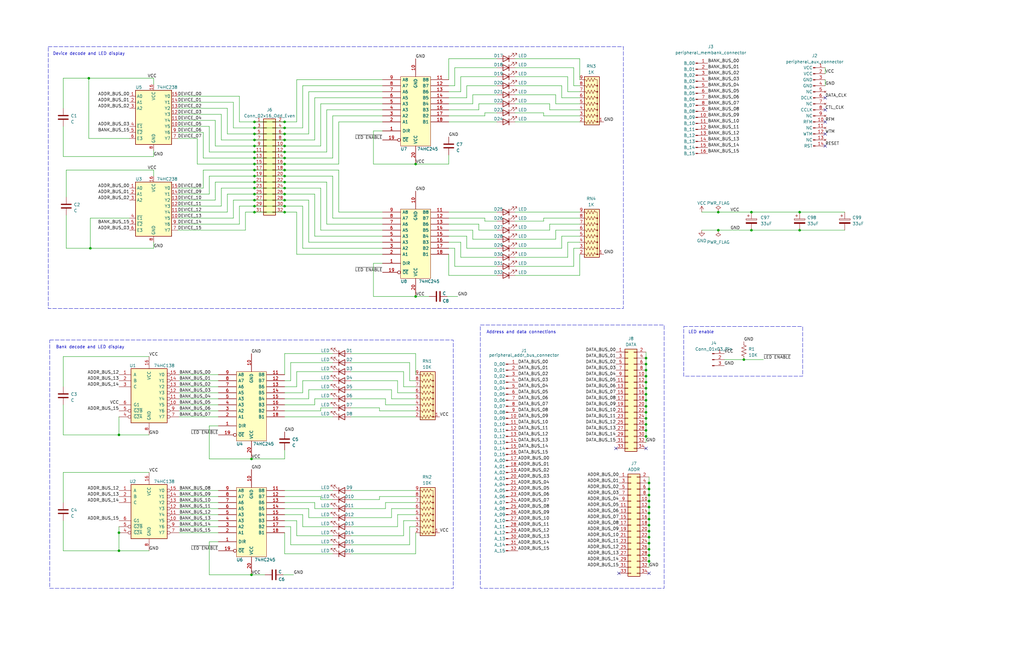
<source format=kicad_sch>
(kicad_sch (version 20230121) (generator eeschema)
  (paper "B")
  (bus_alias "BANK_BUS" (members "BANK_BUS_00" "BANK_BUS_01" "BANK_BUS_02" "BANK_BUS_03" "BANK_BUS_04" "BANK_BUS_05" "BANK_BUS_06" "BANK_BUS_07" "BANK_BUS_08" "BANK_BUS_09" "BANK_BUS_10" "BANK_BUS_11" "BANK_BUS_12" "BANK_BUS_13" "BANK_BUS_14" "BANK_BUS_15"))
  (bus_alias "DATA_BUS" (members "DATA_BUS_00" "DATA_BUS_01" "DATA_BUS_02" "DATA_BUS_03" "DATA_BUS_04" "DATA_BUS_05" "DATA_BUS_06" "DATA_BUS_07" "DATA_BUS_08" "DATA_BUS_09" "DATA_BUS_10" "DATA_BUS_11" "DATA_BUS_12" "DATA_BUS_13" "DATA_BUS_14" "DATA_BUS_15"))
  (bus_alias "ADDR_BUS" (members "ADDR_BUS_00" "ADDR_BUS_01" "ADDR_BUS_02" "ADDR_BUS_03" "ADDR_BUS_04" "ADDR_BUS_05" "ADDR_BUS_06" "ADDR_BUS_07" "ADDR_BUS_08" "ADDR_BUS_09" "ADDR_BUS_10" "ADDR_BUS_11" "ADDR_BUS_12" "ADDR_BUS_13" "ADDR_BUS_14" "ADDR_BUS_15"))
  (junction (at 106.045 193.675))
  (junction (at 120.015 74.295))
  (junction (at 50.165 183.515))
  (junction (at 337.185 97.155))
  (junction (at 272.415 179.07))
  (junction (at 50.165 224.79))
  (junction (at 107.315 56.515))
  (junction (at 107.315 53.975))
  (junction (at 38.1 104.775))
  (junction (at 273.685 221.615))
  (junction (at 273.685 226.695))
  (junction (at 107.315 76.835))
  (junction (at 120.015 69.215))
  (junction (at 316.865 89.535))
  (junction (at 120.015 76.835))
  (junction (at 272.415 184.15))
  (junction (at 120.015 89.535))
  (junction (at 175.26 125.095))
  (junction (at 273.685 234.315))
  (junction (at 313.69 151.765))
  (junction (at 107.315 66.675))
  (junction (at 107.315 74.295))
  (junction (at 120.015 81.915))
  (junction (at 273.685 224.155))
  (junction (at 273.685 203.835))
  (junction (at 272.415 181.61))
  (junction (at 272.415 158.75))
  (junction (at 107.315 79.375))
  (junction (at 107.315 61.595))
  (junction (at 273.685 211.455))
  (junction (at 273.685 236.855))
  (junction (at 120.015 51.435))
  (junction (at 337.185 89.535))
  (junction (at 272.415 168.91))
  (junction (at 272.415 176.53))
  (junction (at 107.315 81.915))
  (junction (at 273.685 216.535))
  (junction (at 107.315 86.995))
  (junction (at 120.015 84.455))
  (junction (at 302.895 97.155))
  (junction (at 107.315 64.135))
  (junction (at 107.315 69.215))
  (junction (at 272.415 173.99))
  (junction (at 107.315 84.455))
  (junction (at 273.685 206.375))
  (junction (at 120.015 71.755))
  (junction (at 273.685 229.235))
  (junction (at 272.415 161.29))
  (junction (at 272.415 151.13))
  (junction (at 175.26 69.215))
  (junction (at 107.315 59.055))
  (junction (at 120.015 53.975))
  (junction (at 272.415 166.37))
  (junction (at 273.685 208.915))
  (junction (at 107.315 89.535))
  (junction (at 120.015 66.675))
  (junction (at 120.015 79.375))
  (junction (at 50.165 232.41))
  (junction (at 120.015 86.995))
  (junction (at 120.015 59.055))
  (junction (at 272.415 171.45))
  (junction (at 120.015 61.595))
  (junction (at 107.315 51.435))
  (junction (at 107.315 71.755))
  (junction (at 272.415 156.21))
  (junction (at 273.685 219.075))
  (junction (at 316.865 97.155))
  (junction (at 106.045 242.57))
  (junction (at 272.415 153.67))
  (junction (at 120.015 56.515))
  (junction (at 273.685 213.995))
  (junction (at 37.465 33.02))
  (junction (at 120.015 64.135))
  (junction (at 272.415 163.83))
  (junction (at 302.895 89.535))
  (junction (at 273.685 231.775))
  (no_connect (at 347.98 46.355))
  (no_connect (at 259.715 189.23))
  (no_connect (at 273.685 241.935))
  (no_connect (at 272.415 189.23))
  (no_connect (at 347.98 61.595))
  (no_connect (at 347.98 41.275))
  (no_connect (at 260.985 241.935))
  (no_connect (at 347.98 51.435))
  (no_connect (at 347.98 56.515))
  (wire (pts (xy 244.475 92.075) (xy 229.235 92.075)))
  (wire (pts (xy 120.015 149.225) (xy 140.335 149.225)))
  (wire (pts (xy 88.265 53.34) (xy 74.93 53.34)))
  (wire (pts (xy 107.315 79.375) (xy 93.345 79.375)))
  (wire (pts (xy 90.805 61.595) (xy 90.805 50.8)))
  (wire (pts (xy 147.955 210.82) (xy 160.02 210.82)))
  (wire (pts (xy 107.315 86.995) (xy 120.015 86.995)))
  (wire (pts (xy 26.67 170.815) (xy 26.67 183.515)))
  (wire (pts (xy 93.345 79.375) (xy 93.345 86.995)))
  (wire (pts (xy 130.175 38.735) (xy 130.175 56.515)))
  (wire (pts (xy 234.315 40.005) (xy 234.315 43.815)))
  (wire (pts (xy 175.26 165.735) (xy 167.64 165.735)))
  (wire (pts (xy 272.415 153.67) (xy 272.415 156.21)))
  (wire (pts (xy 62.865 232.41) (xy 50.165 232.41)))
  (wire (pts (xy 132.715 41.275) (xy 132.715 59.055)))
  (wire (pts (xy 125.095 219.71) (xy 125.095 226.06)))
  (wire (pts (xy 26.67 33.02) (xy 37.465 33.02)))
  (wire (pts (xy 199.39 43.815) (xy 199.39 40.005)))
  (wire (pts (xy 273.685 216.535) (xy 273.685 219.075)))
  (wire (pts (xy 127.635 222.25) (xy 140.335 222.25)))
  (wire (pts (xy 75.565 168.275) (xy 92.075 168.275)))
  (wire (pts (xy 191.77 104.775) (xy 191.77 112.395)))
  (wire (pts (xy 120.015 212.09) (xy 132.715 212.09)))
  (wire (pts (xy 132.715 214.63) (xy 140.335 214.63)))
  (wire (pts (xy 305.435 151.765) (xy 313.69 151.765)))
  (wire (pts (xy 95.885 89.535) (xy 74.93 89.535)))
  (wire (pts (xy 347.98 28.575) (xy 347.98 31.115)))
  (wire (pts (xy 189.23 94.615) (xy 201.93 94.615)))
  (wire (pts (xy 241.935 104.775) (xy 244.475 104.775)))
  (wire (pts (xy 189.23 69.215) (xy 175.26 69.215)))
  (wire (pts (xy 172.72 222.25) (xy 175.26 222.25)))
  (wire (pts (xy 217.17 112.395) (xy 241.935 112.395)))
  (wire (pts (xy 137.795 46.355) (xy 161.29 46.355)))
  (wire (pts (xy 147.955 218.44) (xy 165.1 218.44)))
  (wire (pts (xy 130.175 218.44) (xy 140.335 218.44)))
  (wire (pts (xy 244.475 33.655) (xy 244.475 24.765)))
  (wire (pts (xy 27.94 71.755) (xy 64.77 71.755)))
  (wire (pts (xy 107.315 81.915) (xy 120.015 81.915)))
  (wire (pts (xy 199.39 100.965) (xy 209.55 100.965)))
  (wire (pts (xy 135.255 209.55) (xy 135.255 210.82)))
  (wire (pts (xy 272.415 181.61) (xy 272.415 184.15)))
  (wire (pts (xy 217.17 97.155) (xy 231.775 97.155)))
  (wire (pts (xy 127.635 36.195) (xy 127.635 53.975)))
  (wire (pts (xy 130.175 102.235) (xy 161.29 102.235)))
  (wire (pts (xy 167.64 217.17) (xy 175.26 217.17)))
  (wire (pts (xy 157.48 111.125) (xy 157.48 125.095)))
  (wire (pts (xy 127.635 53.975) (xy 120.015 53.975)))
  (wire (pts (xy 147.955 222.25) (xy 167.64 222.25)))
  (wire (pts (xy 244.475 102.235) (xy 239.395 102.235)))
  (wire (pts (xy 142.875 51.435) (xy 142.875 69.215)))
  (wire (pts (xy 217.17 51.435) (xy 244.475 51.435)))
  (wire (pts (xy 37.465 33.02) (xy 64.77 33.02)))
  (wire (pts (xy 130.175 102.235) (xy 130.175 84.455)))
  (wire (pts (xy 147.955 160.655) (xy 167.64 160.655)))
  (wire (pts (xy 137.795 76.835) (xy 120.015 76.835)))
  (wire (pts (xy 147.955 172.085) (xy 160.02 172.085)))
  (wire (pts (xy 38.1 92.075) (xy 38.1 104.775)))
  (wire (pts (xy 337.185 97.155) (xy 356.235 97.155)))
  (wire (pts (xy 107.315 66.675) (xy 120.015 66.675)))
  (wire (pts (xy 273.685 203.835) (xy 273.685 206.375)))
  (wire (pts (xy 127.635 217.17) (xy 127.635 222.25)))
  (wire (pts (xy 75.565 158.115) (xy 92.075 158.115)))
  (wire (pts (xy 140.335 92.075) (xy 161.29 92.075)))
  (wire (pts (xy 273.685 236.855) (xy 273.685 239.395)))
  (wire (pts (xy 140.335 48.895) (xy 140.335 66.675)))
  (wire (pts (xy 120.015 168.275) (xy 130.175 168.275)))
  (wire (pts (xy 111.76 242.57) (xy 106.045 242.57)))
  (wire (pts (xy 120.015 189.865) (xy 120.015 193.675)))
  (wire (pts (xy 217.17 32.385) (xy 239.395 32.385)))
  (wire (pts (xy 295.91 89.535) (xy 302.895 89.535)))
  (wire (pts (xy 107.315 61.595) (xy 90.805 61.595)))
  (wire (pts (xy 75.565 217.17) (xy 92.075 217.17)))
  (wire (pts (xy 75.565 212.09) (xy 92.075 212.09)))
  (wire (pts (xy 107.315 74.295) (xy 120.015 74.295)))
  (wire (pts (xy 75.565 160.655) (xy 92.075 160.655)))
  (wire (pts (xy 337.185 89.535) (xy 356.235 89.535)))
  (wire (pts (xy 175.26 158.115) (xy 175.26 149.225)))
  (wire (pts (xy 236.855 99.695) (xy 244.475 99.695)))
  (wire (pts (xy 132.715 168.275) (xy 132.715 170.815)))
  (wire (pts (xy 122.555 222.25) (xy 122.555 229.87)))
  (wire (pts (xy 273.685 229.235) (xy 273.685 231.775)))
  (wire (pts (xy 122.555 160.655) (xy 122.555 153.035)))
  (wire (pts (xy 95.885 45.72) (xy 74.93 45.72)))
  (wire (pts (xy 130.175 164.465) (xy 140.335 164.465)))
  (wire (pts (xy 191.77 36.195) (xy 191.77 28.575)))
  (wire (pts (xy 137.795 46.355) (xy 137.795 64.135)))
  (wire (pts (xy 127.635 36.195) (xy 161.29 36.195)))
  (wire (pts (xy 244.475 41.275) (xy 236.855 41.275)))
  (wire (pts (xy 64.77 35.56) (xy 64.77 33.02)))
  (wire (pts (xy 142.875 51.435) (xy 161.29 51.435)))
  (wire (pts (xy 85.725 79.375) (xy 74.93 79.375)))
  (wire (pts (xy 229.235 47.625) (xy 229.235 48.895)))
  (wire (pts (xy 120.015 219.71) (xy 125.095 219.71)))
  (wire (pts (xy 88.265 242.57) (xy 106.045 242.57)))
  (wire (pts (xy 100.965 51.435) (xy 100.965 40.64)))
  (wire (pts (xy 140.335 48.895) (xy 161.29 48.895)))
  (wire (pts (xy 204.47 93.345) (xy 209.55 93.345)))
  (wire (pts (xy 98.425 84.455) (xy 98.425 92.075)))
  (wire (pts (xy 95.885 56.515) (xy 95.885 45.72)))
  (wire (pts (xy 217.17 40.005) (xy 234.315 40.005)))
  (wire (pts (xy 189.23 102.235) (xy 194.31 102.235)))
  (wire (pts (xy 137.795 94.615) (xy 161.29 94.615)))
  (wire (pts (xy 88.265 193.675) (xy 106.045 193.675)))
  (wire (pts (xy 147.955 214.63) (xy 162.56 214.63)))
  (wire (pts (xy 189.23 24.765) (xy 189.23 33.655)))
  (wire (pts (xy 130.175 168.275) (xy 130.175 164.465)))
  (wire (pts (xy 107.315 51.435) (xy 120.015 51.435)))
  (wire (pts (xy 157.48 69.215) (xy 175.26 69.215)))
  (wire (pts (xy 234.315 43.815) (xy 244.475 43.815)))
  (wire (pts (xy 85.725 55.88) (xy 74.93 55.88)))
  (wire (pts (xy 127.635 160.655) (xy 127.635 165.735)))
  (wire (pts (xy 127.635 165.735) (xy 120.015 165.735)))
  (wire (pts (xy 85.725 71.755) (xy 85.725 79.375)))
  (wire (pts (xy 120.015 175.895) (xy 140.335 175.895)))
  (wire (pts (xy 165.1 164.465) (xy 165.1 168.275)))
  (wire (pts (xy 107.315 59.055) (xy 120.015 59.055)))
  (wire (pts (xy 217.17 47.625) (xy 229.235 47.625)))
  (wire (pts (xy 229.235 93.345) (xy 217.17 93.345)))
  (wire (pts (xy 147.955 153.035) (xy 172.72 153.035)))
  (wire (pts (xy 54.61 92.075) (xy 38.1 92.075)))
  (wire (pts (xy 140.335 168.275) (xy 132.715 168.275)))
  (wire (pts (xy 26.67 219.71) (xy 26.67 232.41)))
  (wire (pts (xy 161.29 111.125) (xy 157.48 111.125)))
  (wire (pts (xy 75.565 163.195) (xy 92.075 163.195)))
  (wire (pts (xy 103.505 89.535) (xy 103.505 97.155)))
  (wire (pts (xy 191.77 28.575) (xy 209.55 28.575)))
  (wire (pts (xy 272.415 161.29) (xy 272.415 163.83)))
  (wire (pts (xy 160.02 209.55) (xy 160.02 210.82)))
  (wire (pts (xy 75.565 214.63) (xy 92.075 214.63)))
  (wire (pts (xy 107.315 89.535) (xy 103.505 89.535)))
  (wire (pts (xy 239.395 108.585) (xy 217.17 108.585)))
  (wire (pts (xy 147.955 229.87) (xy 172.72 229.87)))
  (wire (pts (xy 125.095 107.315) (xy 161.29 107.315)))
  (wire (pts (xy 125.095 51.435) (xy 120.015 51.435)))
  (wire (pts (xy 135.255 61.595) (xy 120.015 61.595)))
  (wire (pts (xy 175.26 219.71) (xy 170.18 219.71)))
  (wire (pts (xy 75.565 219.71) (xy 92.075 219.71)))
  (wire (pts (xy 157.48 55.245) (xy 157.48 69.215)))
  (wire (pts (xy 26.67 183.515) (xy 50.165 183.515)))
  (wire (pts (xy 194.31 32.385) (xy 209.55 32.385)))
  (wire (pts (xy 204.47 48.895) (xy 204.47 47.625)))
  (wire (pts (xy 189.23 92.075) (xy 204.47 92.075)))
  (wire (pts (xy 196.85 36.195) (xy 196.85 41.275)))
  (wire (pts (xy 241.935 28.575) (xy 217.17 28.575)))
  (wire (pts (xy 54.61 58.42) (xy 37.465 58.42)))
  (wire (pts (xy 127.635 104.775) (xy 161.29 104.775)))
  (wire (pts (xy 100.965 40.64) (xy 74.93 40.64)))
  (wire (pts (xy 273.685 221.615) (xy 273.685 224.155)))
  (wire (pts (xy 188.595 125.095) (xy 193.04 125.095)))
  (wire (pts (xy 122.555 229.87) (xy 140.335 229.87)))
  (wire (pts (xy 27.94 90.805) (xy 27.94 104.775)))
  (wire (pts (xy 120.015 207.01) (xy 140.335 207.01)))
  (wire (pts (xy 107.315 64.135) (xy 120.015 64.135)))
  (wire (pts (xy 272.415 151.13) (xy 272.415 153.67)))
  (wire (pts (xy 217.17 89.535) (xy 244.475 89.535)))
  (wire (pts (xy 162.56 212.09) (xy 175.26 212.09)))
  (wire (pts (xy 189.23 24.765) (xy 209.55 24.765)))
  (wire (pts (xy 125.095 163.195) (xy 125.095 156.845)))
  (wire (pts (xy 209.55 43.815) (xy 201.93 43.815)))
  (wire (pts (xy 194.31 102.235) (xy 194.31 108.585)))
  (wire (pts (xy 135.255 43.815) (xy 135.255 61.595)))
  (wire (pts (xy 88.265 81.915) (xy 74.93 81.915)))
  (wire (pts (xy 273.685 219.075) (xy 273.685 221.615)))
  (wire (pts (xy 241.935 112.395) (xy 241.935 104.775)))
  (wire (pts (xy 229.235 48.895) (xy 244.475 48.895)))
  (wire (pts (xy 180.975 125.095) (xy 175.26 125.095)))
  (wire (pts (xy 189.23 36.195) (xy 191.77 36.195)))
  (wire (pts (xy 272.415 148.59) (xy 272.415 151.13)))
  (wire (pts (xy 273.685 206.375) (xy 273.685 208.915)))
  (wire (pts (xy 162.56 214.63) (xy 162.56 212.09)))
  (wire (pts (xy 26.67 66.04) (xy 64.77 66.04)))
  (wire (pts (xy 196.85 104.775) (xy 209.55 104.775)))
  (wire (pts (xy 120.015 222.25) (xy 122.555 222.25)))
  (wire (pts (xy 147.955 156.845) (xy 170.18 156.845)))
  (wire (pts (xy 234.315 100.965) (xy 217.17 100.965)))
  (wire (pts (xy 231.775 97.155) (xy 231.775 94.615)))
  (wire (pts (xy 130.175 84.455) (xy 120.015 84.455)))
  (wire (pts (xy 92.075 179.705) (xy 88.265 179.705)))
  (wire (pts (xy 140.335 74.295) (xy 120.015 74.295)))
  (wire (pts (xy 147.955 175.895) (xy 175.26 175.895)))
  (wire (pts (xy 125.095 89.535) (xy 120.015 89.535)))
  (wire (pts (xy 217.17 104.775) (xy 236.855 104.775)))
  (wire (pts (xy 231.775 94.615) (xy 244.475 94.615)))
  (wire (pts (xy 88.265 228.6) (xy 88.265 242.57)))
  (wire (pts (xy 175.26 170.815) (xy 162.56 170.815)))
  (wire (pts (xy 160.02 173.355) (xy 175.26 173.355)))
  (wire (pts (xy 239.395 38.735) (xy 244.475 38.735)))
  (wire (pts (xy 209.55 36.195) (xy 196.85 36.195)))
  (wire (pts (xy 75.565 222.25) (xy 92.075 222.25)))
  (wire (pts (xy 132.715 170.815) (xy 120.015 170.815)))
  (wire (pts (xy 194.31 38.735) (xy 194.31 32.385)))
  (wire (pts (xy 85.725 66.675) (xy 85.725 55.88)))
  (wire (pts (xy 122.555 153.035) (xy 140.335 153.035)))
  (wire (pts (xy 107.315 71.755) (xy 120.015 71.755)))
  (wire (pts (xy 107.315 56.515) (xy 120.015 56.515)))
  (wire (pts (xy 175.26 160.655) (xy 172.72 160.655)))
  (wire (pts (xy 75.565 165.735) (xy 92.075 165.735)))
  (wire (pts (xy 120.015 214.63) (xy 130.175 214.63)))
  (wire (pts (xy 199.39 40.005) (xy 209.55 40.005)))
  (wire (pts (xy 172.72 229.87) (xy 172.72 222.25)))
  (wire (pts (xy 132.715 212.09) (xy 132.715 214.63)))
  (wire (pts (xy 189.23 107.315) (xy 189.23 116.205)))
  (wire (pts (xy 196.85 99.695) (xy 196.85 104.775)))
  (wire (pts (xy 26.67 163.195) (xy 26.67 150.495)))
  (wire (pts (xy 64.77 104.775) (xy 64.77 102.235)))
  (wire (pts (xy 201.93 94.615) (xy 201.93 97.155)))
  (wire (pts (xy 103.505 97.155) (xy 74.93 97.155)))
  (wire (pts (xy 83.185 69.215) (xy 83.185 58.42)))
  (wire (pts (xy 302.895 97.155) (xy 316.865 97.155)))
  (wire (pts (xy 135.255 172.085) (xy 140.335 172.085)))
  (wire (pts (xy 272.415 156.21) (xy 272.415 158.75)))
  (wire (pts (xy 107.315 53.975) (xy 98.425 53.975)))
  (wire (pts (xy 75.565 175.895) (xy 92.075 175.895)))
  (wire (pts (xy 244.475 116.205) (xy 217.17 116.205)))
  (wire (pts (xy 37.465 58.42) (xy 37.465 33.02)))
  (wire (pts (xy 27.94 104.775) (xy 38.1 104.775)))
  (wire (pts (xy 120.015 173.355) (xy 135.255 173.355)))
  (wire (pts (xy 125.095 33.655) (xy 161.29 33.655)))
  (wire (pts (xy 244.475 24.765) (xy 217.17 24.765)))
  (wire (pts (xy 107.315 64.135) (xy 88.265 64.135)))
  (wire (pts (xy 302.895 89.535) (xy 316.865 89.535)))
  (wire (pts (xy 90.805 50.8) (xy 74.93 50.8)))
  (wire (pts (xy 88.265 64.135) (xy 88.265 53.34)))
  (wire (pts (xy 189.23 65.405) (xy 189.23 69.215)))
  (wire (pts (xy 93.345 48.26) (xy 74.93 48.26)))
  (wire (pts (xy 273.685 211.455) (xy 273.685 213.995)))
  (wire (pts (xy 107.315 84.455) (xy 120.015 84.455)))
  (wire (pts (xy 135.255 173.355) (xy 135.255 172.085)))
  (wire (pts (xy 189.23 51.435) (xy 209.55 51.435)))
  (wire (pts (xy 191.77 112.395) (xy 209.55 112.395)))
  (wire (pts (xy 239.395 102.235) (xy 239.395 108.585)))
  (wire (pts (xy 199.39 97.155) (xy 199.39 100.965)))
  (wire (pts (xy 107.315 89.535) (xy 120.015 89.535)))
  (wire (pts (xy 189.23 38.735) (xy 194.31 38.735)))
  (wire (pts (xy 107.315 81.915) (xy 95.885 81.915)))
  (wire (pts (xy 26.67 150.495) (xy 62.865 150.495)))
  (wire (pts (xy 90.805 84.455) (xy 74.93 84.455)))
  (wire (pts (xy 107.315 61.595) (xy 120.015 61.595)))
  (wire (pts (xy 147.955 226.06) (xy 170.18 226.06)))
  (wire (pts (xy 273.685 231.775) (xy 273.685 234.315)))
  (wire (pts (xy 132.715 99.695) (xy 161.29 99.695)))
  (wire (pts (xy 135.255 210.82) (xy 140.335 210.82)))
  (wire (pts (xy 347.98 33.655) (xy 347.98 36.195)))
  (wire (pts (xy 127.635 86.995) (xy 120.015 86.995)))
  (wire (pts (xy 62.865 199.39) (xy 26.67 199.39)))
  (wire (pts (xy 137.795 64.135) (xy 120.015 64.135)))
  (wire (pts (xy 234.315 97.155) (xy 234.315 100.965)))
  (wire (pts (xy 135.255 97.155) (xy 161.29 97.155)))
  (wire (pts (xy 120.015 217.17) (xy 127.635 217.17)))
  (wire (pts (xy 38.1 104.775) (xy 64.77 104.775)))
  (wire (pts (xy 135.255 43.815) (xy 161.29 43.815)))
  (wire (pts (xy 175.26 214.63) (xy 165.1 214.63)))
  (wire (pts (xy 100.965 94.615) (xy 74.93 94.615)))
  (wire (pts (xy 125.095 107.315) (xy 125.095 89.535)))
  (wire (pts (xy 93.345 59.055) (xy 93.345 48.26)))
  (wire (pts (xy 157.48 125.095) (xy 175.26 125.095)))
  (wire (pts (xy 98.425 53.975) (xy 98.425 43.18)))
  (wire (pts (xy 100.965 86.995) (xy 100.965 94.615)))
  (wire (pts (xy 93.345 86.995) (xy 74.93 86.995)))
  (wire (pts (xy 189.23 116.205) (xy 209.55 116.205)))
  (wire (pts (xy 125.095 156.845) (xy 140.335 156.845)))
  (wire (pts (xy 107.315 69.215) (xy 83.185 69.215)))
  (wire (pts (xy 272.415 163.83) (xy 272.415 166.37)))
  (wire (pts (xy 189.23 99.695) (xy 196.85 99.695)))
  (wire (pts (xy 125.095 33.655) (xy 125.095 51.435)))
  (wire (pts (xy 107.315 76.835) (xy 120.015 76.835)))
  (wire (pts (xy 107.315 76.835) (xy 90.805 76.835)))
  (wire (pts (xy 75.565 173.355) (xy 92.075 173.355)))
  (wire (pts (xy 135.255 97.155) (xy 135.255 79.375)))
  (wire (pts (xy 204.47 47.625) (xy 209.55 47.625)))
  (wire (pts (xy 272.415 166.37) (xy 272.415 168.91)))
  (wire (pts (xy 236.855 104.775) (xy 236.855 99.695)))
  (wire (pts (xy 189.23 104.775) (xy 191.77 104.775)))
  (wire (pts (xy 313.69 151.765) (xy 321.945 151.765)))
  (wire (pts (xy 142.875 69.215) (xy 120.015 69.215)))
  (wire (pts (xy 132.715 99.695) (xy 132.715 81.915)))
  (wire (pts (xy 137.795 94.615) (xy 137.795 76.835)))
  (wire (pts (xy 119.38 242.57) (xy 123.825 242.57)))
  (wire (pts (xy 107.315 51.435) (xy 100.965 51.435)))
  (wire (pts (xy 142.875 89.535) (xy 161.29 89.535)))
  (wire (pts (xy 132.715 59.055) (xy 120.015 59.055)))
  (wire (pts (xy 175.26 224.79) (xy 175.26 233.68)))
  (wire (pts (xy 316.865 89.535) (xy 337.185 89.535)))
  (wire (pts (xy 64.77 74.295) (xy 64.77 71.755)))
  (wire (pts (xy 189.23 43.815) (xy 199.39 43.815)))
  (wire (pts (xy 160.02 172.085) (xy 160.02 173.355)))
  (wire (pts (xy 50.165 175.895) (xy 50.165 183.515)))
  (wire (pts (xy 130.175 214.63) (xy 130.175 218.44)))
  (wire (pts (xy 132.715 81.915) (xy 120.015 81.915)))
  (wire (pts (xy 50.165 183.515) (xy 62.865 183.515)))
  (wire (pts (xy 272.415 179.07) (xy 272.415 181.61)))
  (wire (pts (xy 83.185 58.42) (xy 74.93 58.42)))
  (wire (pts (xy 273.685 208.915) (xy 273.685 211.455)))
  (wire (pts (xy 140.335 92.075) (xy 140.335 74.295)))
  (wire (pts (xy 26.67 45.72) (xy 26.67 33.02)))
  (wire (pts (xy 107.315 74.295) (xy 88.265 74.295)))
  (wire (pts (xy 107.315 53.975) (xy 120.015 53.975)))
  (wire (pts (xy 147.955 207.01) (xy 175.26 207.01)))
  (wire (pts (xy 273.685 226.695) (xy 273.685 229.235)))
  (wire (pts (xy 142.875 71.755) (xy 120.015 71.755)))
  (wire (pts (xy 273.685 213.995) (xy 273.685 216.535)))
  (wire (pts (xy 50.165 232.41) (xy 50.165 224.79)))
  (wire (pts (xy 236.855 36.195) (xy 217.17 36.195)))
  (wire (pts (xy 196.85 41.275) (xy 189.23 41.275)))
  (wire (pts (xy 241.935 36.195) (xy 241.935 28.575)))
  (wire (pts (xy 120.015 233.68) (xy 140.335 233.68)))
  (wire (pts (xy 189.23 97.155) (xy 199.39 97.155)))
  (wire (pts (xy 239.395 32.385) (xy 239.395 38.735)))
  (wire (pts (xy 130.175 38.735) (xy 161.29 38.735)))
  (wire (pts (xy 135.255 79.375) (xy 120.015 79.375)))
  (wire (pts (xy 107.315 84.455) (xy 98.425 84.455)))
  (wire (pts (xy 161.29 55.245) (xy 157.48 55.245)))
  (wire (pts (xy 75.565 224.79) (xy 92.075 224.79)))
  (wire (pts (xy 26.67 199.39) (xy 26.67 212.09)))
  (wire (pts (xy 272.415 173.99) (xy 272.415 176.53)))
  (wire (pts (xy 147.955 149.225) (xy 175.26 149.225)))
  (wire (pts (xy 107.315 71.755) (xy 85.725 71.755)))
  (wire (pts (xy 231.775 46.355) (xy 231.775 43.815)))
  (wire (pts (xy 64.77 66.04) (xy 64.77 63.5)))
  (wire (pts (xy 147.955 168.275) (xy 162.56 168.275)))
  (wire (pts (xy 316.865 97.155) (xy 337.185 97.155)))
  (wire (pts (xy 26.67 53.34) (xy 26.67 66.04)))
  (wire (pts (xy 27.94 71.755) (xy 27.94 83.185)))
  (wire (pts (xy 170.18 156.845) (xy 170.18 163.195)))
  (wire (pts (xy 26.67 232.41) (xy 50.165 232.41)))
  (wire (pts (xy 172.72 160.655) (xy 172.72 153.035)))
  (wire (pts (xy 75.565 170.815) (xy 92.075 170.815)))
  (wire (pts (xy 98.425 43.18) (xy 74.93 43.18)))
  (wire (pts (xy 236.855 41.275) (xy 236.855 36.195)))
  (wire (pts (xy 167.64 165.735) (xy 167.64 160.655)))
  (wire (pts (xy 204.47 92.075) (xy 204.47 93.345)))
  (wire (pts (xy 229.235 92.075) (xy 229.235 93.345)))
  (wire (pts (xy 201.93 46.355) (xy 189.23 46.355)))
  (wire (pts (xy 92.075 228.6) (xy 88.265 228.6)))
  (wire (pts (xy 50.165 222.25) (xy 50.165 224.79)))
  (wire (pts (xy 201.93 97.155) (xy 209.55 97.155)))
  (wire (pts (xy 170.18 163.195) (xy 175.26 163.195)))
  (wire (pts (xy 120.015 224.79) (xy 120.015 233.68)))
  (wire (pts (xy 107.315 86.995) (xy 100.965 86.995)))
  (wire (pts (xy 165.1 168.275) (xy 175.26 168.275)))
  (wire (pts (xy 189.23 89.535) (xy 209.55 89.535)))
  (wire (pts (xy 120.015 160.655) (xy 122.555 160.655)))
  (wire (pts (xy 90.805 76.835) (xy 90.805 84.455)))
  (wire (pts (xy 120.015 163.195) (xy 125.095 163.195)))
  (wire (pts (xy 88.265 179.705) (xy 88.265 193.675)))
  (wire (pts (xy 170.18 219.71) (xy 170.18 226.06)))
  (wire (pts (xy 189.23 48.895) (xy 204.47 48.895)))
  (wire (pts (xy 75.565 207.01) (xy 92.075 207.01)))
  (wire (pts (xy 120.015 209.55) (xy 135.255 209.55)))
  (wire (pts (xy 130.175 56.515) (xy 120.015 56.515)))
  (wire (pts (xy 88.265 74.295) (xy 88.265 81.915)))
  (wire (pts (xy 132.715 41.275) (xy 161.29 41.275)))
  (wire (pts (xy 244.475 36.195) (xy 241.935 36.195)))
  (wire (pts (xy 244.475 107.315) (xy 244.475 116.205)))
  (wire (pts (xy 194.31 108.585) (xy 209.55 108.585)))
  (wire (pts (xy 140.335 160.655) (xy 127.635 160.655)))
  (wire (pts (xy 162.56 170.815) (xy 162.56 168.275)))
  (wire (pts (xy 167.64 222.25) (xy 167.64 217.17)))
  (wire (pts (xy 244.475 97.155) (xy 234.315 97.155)))
  (wire (pts (xy 272.415 184.15) (xy 272.415 186.69)))
  (wire (pts (xy 107.315 56.515) (xy 95.885 56.515)))
  (wire (pts (xy 125.095 226.06) (xy 140.335 226.06)))
  (wire (pts (xy 165.1 214.63) (xy 165.1 218.44)))
  (wire (pts (xy 98.425 92.075) (xy 74.93 92.075)))
  (wire (pts (xy 295.91 97.155) (xy 302.895 97.155)))
  (wire (pts (xy 273.685 224.155) (xy 273.685 226.695)))
  (wire (pts (xy 107.315 66.675) (xy 85.725 66.675)))
  (wire (pts (xy 272.415 171.45) (xy 272.415 173.99)))
  (wire (pts (xy 140.335 66.675) (xy 120.015 66.675)))
  (wire (pts (xy 147.955 233.68) (xy 175.26 233.68)))
  (wire (pts (xy 120.015 149.225) (xy 120.015 158.115)))
  (wire (pts (xy 107.315 79.375) (xy 120.015 79.375)))
  (wire (pts (xy 107.315 69.215) (xy 120.015 69.215)))
  (wire (pts (xy 95.885 81.915) (xy 95.885 89.535)))
  (wire (pts (xy 273.685 201.295) (xy 273.685 203.835)))
  (wire (pts (xy 107.315 59.055) (xy 93.345 59.055)))
  (wire (pts (xy 244.475 46.355) (xy 231.775 46.355)))
  (wire (pts (xy 201.93 43.815) (xy 201.93 46.355)))
  (wire (pts (xy 142.875 89.535) (xy 142.875 71.755)))
  (wire (pts (xy 75.565 209.55) (xy 92.075 209.55)))
  (wire (pts (xy 175.26 209.55) (xy 160.02 209.55)))
  (wire (pts (xy 273.685 234.315) (xy 273.685 236.855)))
  (wire (pts (xy 272.415 176.53) (xy 272.415 179.07)))
  (wire (pts (xy 127.635 104.775) (xy 127.635 86.995)))
  (wire (pts (xy 147.955 164.465) (xy 165.1 164.465)))
  (wire (pts (xy 231.775 43.815) (xy 217.17 43.815)))
  (wire (pts (xy 272.415 158.75) (xy 272.415 161.29)))
  (wire (pts (xy 120.015 193.675) (xy 106.045 193.675)))
  (wire (pts (xy 272.415 168.91) (xy 272.415 171.45)))
  (rectangle (start 20.955 143.51) (end 191.135 248.285) (stroke (width 0) (type dash)))
  (rectangle (start 20.32 19.685) (end 262.89 130.175) (stroke (width 0) (type dash)))
  (rectangle (start 202.565 137.16) (end 280.035 248.285) (stroke (width 0) (type dash)))
  (rectangle (start 288.29 137.795) (end 338.455 158.75) (stroke (width 0) (type dash)))
  (text "Address and data connections" (at 205.105 140.97 0) (effects (font (size 1.27 1.27)) (justify left bottom)))
  (text "Bank decode and LED display" (at 23.495 147.32 0) (effects (font (size 1.27 1.27)) (justify left bottom)))
  (text "Device decode and LED display" (at 22.225 23.495 0) (effects (font (size 1.27 1.27)) (justify left bottom)))
  (text "LED enable" (at 290.195 140.97 0) (effects (font (size 1.27 1.27)) (justify left bottom)))
  (label "BANK_BUS_03" (at 75.565 165.735 0))
  (label "GND" (at 123.825 242.57 0))
  (label "BANK_BUS_11" (at 298.45 54.61 0))
  (label "GND" (at 254.635 51.435 0))
  (label "BANK_BUS_00" (at 298.45 26.67 0))
  (label "DEVICE_03" (at 74.93 48.26 0))
  (label "ADDR_BUS_08" (at 218.44 214.63 0))
  (label "BANK_BUS_07" (at 75.565 175.895 0))
  (label "ADDR_BUS_00" (at 260.985 201.295 180))
  (label "DEVICE_12" (at 74.93 89.535 0))
  (label "BANK_BUS_09" (at 298.45 49.53 0))
  (label "ADDR_BUS_13" (at 50.165 160.655 180))
  (label "ADDR_BUS_00" (at 54.61 79.375 180))
  (label "BANK_BUS_04" (at 298.45 36.83 0))
  (label "BANK_BUS_06" (at 75.565 173.355 0))
  (label "DATA_BUS_04" (at 259.715 158.75 180))
  (label "DATA_BUS_00" (at 218.44 153.67 0))
  (label "ADDR_BUS_01" (at 260.985 203.835 180))
  (label "BANK_BUS_15" (at 75.565 224.79 0))
  (label "ADDR_BUS_03" (at 218.44 201.93 0))
  (label "ADDR_BUS_00" (at 54.61 40.64 180))
  (label "DEVICE_10" (at 74.93 84.455 0))
  (label "GND" (at 62.865 183.515 0))
  (label "ADDR_BUS_13" (at 50.165 209.55 180))
  (label "BANK_BUS_15" (at 298.45 64.77 0))
  (label "RESET" (at 347.98 61.595 0))
  (label "ADDR_BUS_12" (at 260.985 231.775 180))
  (label "ADDR_BUS_15" (at 50.165 173.355 180))
  (label "~{LED ENABLE}" (at 92.075 183.515 180))
  (label "~{LED ENABLE}" (at 161.29 114.935 180))
  (label "ADDR_BUS_03" (at 54.61 97.155 180))
  (label "DATA_BUS_06" (at 218.44 168.91 0))
  (label "ADDR_BUS_15" (at 50.165 219.71 180))
  (label "DATA_BUS_02" (at 218.44 158.75 0))
  (label "DATA_BUS_02" (at 259.715 153.67 180))
  (label "DATA_BUS_03" (at 218.44 161.29 0))
  (label "~{LED ENABLE}" (at 321.945 151.765 0))
  (label "DATA_CLK" (at 347.98 41.275 0))
  (label "ADDR_BUS_07" (at 218.44 212.09 0))
  (label "DATA_BUS_04" (at 218.44 163.83 0))
  (label "GND" (at 175.26 80.645 0))
  (label "VCC" (at 62.865 150.495 0))
  (label "BANK_BUS_05" (at 75.565 170.815 0))
  (label "BANK_BUS_10" (at 75.565 212.09 0))
  (label "DATA_BUS_13" (at 259.715 181.61 180))
  (label "VCC" (at 62.23 71.755 0))
  (label "~{LED ENABLE}" (at 161.29 59.055 180))
  (label "ADDR_BUS_15" (at 218.44 232.41 0))
  (label "GND" (at 106.045 198.12 0))
  (label "BANK_BUS_11" (at 75.565 214.63 0))
  (label "DATA_BUS_00" (at 259.715 148.59 180))
  (label "ADDR_BUS_02" (at 54.61 84.455 180))
  (label "DEVICE_02" (at 74.93 45.72 0))
  (label "BANK_BUS_07" (at 298.45 44.45 0))
  (label "DATA_BUS_13" (at 218.44 186.69 0))
  (label "ADDR_BUS_09" (at 260.985 224.155 180))
  (label "ADDR_BUS_08" (at 260.985 221.615 180))
  (label "DATA_BUS_09" (at 218.44 176.53 0))
  (label "BANK_BUS_10" (at 298.45 52.07 0))
  (label "ADDR_BUS_06" (at 260.985 216.535 180))
  (label "BANK_BUS_05" (at 298.45 39.37 0))
  (label "DATA_BUS_10" (at 259.715 173.99 180))
  (label "ADDR_BUS_03" (at 260.985 208.915 180))
  (label "DATA_BUS_10" (at 218.44 179.07 0))
  (label "GND" (at 62.865 232.41 0))
  (label "DEVICE_14" (at 74.93 94.615 0))
  (label "VCC" (at 305.435 149.225 0))
  (label "DATA_BUS_15" (at 259.715 186.69 180))
  (label "BANK_BUS_06" (at 298.45 41.91 0))
  (label "ADDR_BUS_12" (at 50.165 158.115 180))
  (label "ADDR_BUS_12" (at 50.165 207.01 180))
  (label "ADDR_BUS_02" (at 54.61 45.72 180))
  (label "DATA_BUS_08" (at 218.44 173.99 0))
  (label "VCC" (at 307.975 89.535 0))
  (label "BANK_BUS_14" (at 298.45 62.23 0))
  (label "GND" (at 120.015 182.245 0))
  (label "VCC" (at 106.045 242.57 0))
  (label "DATA_BUS_01" (at 218.44 156.21 0))
  (label "ADDR_BUS_15" (at 260.985 239.395 180))
  (label "BANK_BUS_14" (at 75.565 222.25 0))
  (label "ADDR_BUS_14" (at 50.165 163.195 180))
  (label "DEVICE_01" (at 74.93 43.18 0))
  (label "ADDR_BUS_00" (at 218.44 194.31 0))
  (label "DATA_BUS_14" (at 259.715 184.15 180))
  (label "ADDR_BUS_11" (at 260.985 229.235 180))
  (label "GND" (at 313.69 144.145 0))
  (label "GND" (at 305.435 154.305 0))
  (label "GND" (at 254.635 107.315 0))
  (label "GND" (at 64.77 104.775 0))
  (label "VCC" (at 62.23 33.02 0))
  (label "BANK_BUS_12" (at 298.45 57.15 0))
  (label "DEVICE_15" (at 74.93 97.155 0))
  (label "DATA_BUS_12" (at 218.44 184.15 0))
  (label "DEVICE_06" (at 74.93 55.88 0))
  (label "ADDR_BUS_02" (at 218.44 199.39 0))
  (label "ADDR_BUS_13" (at 218.44 227.33 0))
  (label "BANK_BUS_08" (at 298.45 46.99 0))
  (label "DEVICE_07" (at 74.93 58.42 0))
  (label "DEVICE_13" (at 74.93 92.075 0))
  (label "DATA_BUS_01" (at 259.715 151.13 180))
  (label "CTL_CLK" (at 347.98 46.355 0))
  (label "ADDR_BUS_05" (at 260.985 213.995 180))
  (label "GND" (at 193.04 125.095 0))
  (label "ADDR_BUS_01" (at 54.61 43.18 180))
  (label "DEVICE_09" (at 74.93 81.915 0))
  (label "DATA_BUS_08" (at 259.715 168.91 180))
  (label "BANK_BUS_08" (at 75.565 207.01 0))
  (label "ADDR_BUS_11" (at 218.44 222.25 0))
  (label "BANK_BUS_02" (at 298.45 31.75 0))
  (label "VCC" (at 175.26 69.215 0))
  (label "DATA_BUS_06" (at 259.715 163.83 180))
  (label "BANK_BUS_02" (at 75.565 163.195 0))
  (label "DEVICE_00" (at 74.93 40.64 0))
  (label "GND" (at 307.975 97.155 0))
  (label "WTM" (at 347.98 56.515 0))
  (label "BANK_BUS_00" (at 75.565 158.115 0))
  (label "VCC" (at 175.26 125.095 0))
  (label "BANK_BUS_01" (at 298.45 29.21 0))
  (label "ADDR_BUS_13" (at 260.985 234.315 180))
  (label "DEVICE_11" (at 74.93 86.995 0))
  (label "BANK_BUS_15" (at 54.61 94.615 180))
  (label "VCC" (at 106.045 193.675 0))
  (label "ADDR_BUS_12" (at 218.44 224.79 0))
  (label "ADDR_BUS_14" (at 50.165 212.09 180))
  (label "ADDR_BUS_06" (at 218.44 209.55 0))
  (label "GND" (at 64.77 66.04 0))
  (label "ADDR_BUS_14" (at 260.985 236.855 180))
  (label "DATA_BUS_11" (at 218.44 181.61 0))
  (label "DATA_BUS_09" (at 259.715 171.45 180))
  (label "DATA_BUS_05" (at 218.44 166.37 0))
  (label "VCC" (at 50.165 170.815 180))
  (label "DEVICE_08" (at 74.93 79.375 0))
  (label "GND" (at 106.045 149.225 0))
  (label "RFM" (at 347.98 51.435 0))
  (label "DATA_BUS_12" (at 259.715 179.07 180))
  (label "BANK_BUS_03" (at 298.45 34.29 0))
  (label "ADDR_BUS_10" (at 218.44 219.71 0))
  (label "BANK_BUS_13" (at 298.45 59.69 0))
  (label "VCC" (at 185.42 224.79 0))
  (label "BANK_BUS_13" (at 75.565 219.71 0))
  (label "ADDR_BUS_14" (at 218.44 229.87 0))
  (label "ADDR_BUS_09" (at 218.44 217.17 0))
  (label "GND" (at 273.685 239.395 0))
  (label "DATA_BUS_11" (at 259.715 176.53 180))
  (label "~{LED ENABLE}" (at 92.075 232.41 180))
  (label "ADDR_BUS_07" (at 260.985 219.075 180))
  (label "ADDR_BUS_05" (at 218.44 207.01 0))
  (label "BANK_BUS_04" (at 75.565 168.275 0))
  (label "VCC" (at 347.98 31.115 0))
  (label "DATA_BUS_14" (at 218.44 189.23 0))
  (label "DEVICE_05" (at 74.93 53.34 0))
  (label "GND" (at 189.23 57.785 0))
  (label "VCC" (at 185.42 175.895 0))
  (label "DEVICE_04" (at 74.93 50.8 0))
  (label "GND" (at 272.415 186.69 0))
  (label "BANK_BUS_09" (at 75.565 209.55 0))
  (label "ADDR_BUS_02" (at 260.985 206.375 180))
  (label "ADDR_BUS_04" (at 218.44 204.47 0))
  (label "GND" (at 175.26 24.765 0))
  (label "ADDR_BUS_04" (at 260.985 211.455 180))
  (label "DATA_BUS_05" (at 259.715 161.29 180))
  (label "DATA_BUS_15" (at 218.44 191.77 0))
  (label "DATA_BUS_07" (at 259.715 166.37 180))
  (label "DATA_BUS_03" (at 259.715 156.21 180))
  (label "BANK_BUS_15" (at 54.61 55.88 180))
  (label "ADDR_BUS_03" (at 54.61 53.34 180))
  (label "ADDR_BUS_01" (at 54.61 81.915 180))
  (label "VCC" (at 62.865 199.39 0))
  (label "GND" (at 347.98 36.195 0))
  (label "BANK_BUS_01" (at 75.565 160.655 0))
  (label "DATA_BUS_07" (at 218.44 171.45 0))
  (label "BANK_BUS_12" (at 75.565 217.17 0))
  (label "ADDR_BUS_10" (at 260.985 226.695 180))
  (label "ADDR_BUS_01" (at 218.44 196.85 0))
  (symbol (lib_id "sixteen-bit-computer:74HC245") (at 175.26 45.085 0) (mirror x) (unit 1)
    (property "Reference" "U7" (at 168.91 62.865 0) (effects (justify left)))
    (property "Value" "74HC245" (at 175.895 62.865 0) (effects (justify left)))
    (property "Footprint" "Package_DIP:DIP-20_W7.62mm_Socket" (effects hide))
    (property "Datasheet" "https://www.ti.com/lit/ds/symlink/cd74hc245.pdf" (effects hide))
  )
  (symbol (lib_id "Device:R_Network08_US") (at 249.555 41.275 270) (mirror x) (unit 1)
    (property "Reference" "RN3" (at 249.301 27.94 90))
    (property "Value" "1K" (at 249.301 30.48 90))
    (property "Footprint" "Resistor_THT:R_Array_SIP9" (effects hide))
    (property "Datasheet" "http://www.vishay.com/docs/31509/csc.pdf" (effects hide))
  )
  (symbol (lib_id "Device:C") (at 189.23 61.595 180) (unit 1)
    (property "Reference" "C7" (at 192.405 60.96 0) (effects (justify right)))
    (property "Value" "C" (at 192.405 63.5 0) (effects (justify right)))
    (property "Footprint" "Capacitor_THT:C_Disc_D5.0mm_W2.5mm_P5.00mm" (effects hide))
  )
  (symbol (lib_id "Device:LED") (at 213.36 51.435 180) (unit 1)
    (property "Reference" "D24" (at 210.185 50.165 0))
    (property "Value" "LED" (at 220.345 50.165 0))
    (property "Footprint" "sixteen-bit-computer:LED_D5.0mm_Horizontal_O3.81mm_Z3.0mm" (effects hide))
  )
  (symbol (lib_id "Device:C_Polarized") (at 316.865 93.345 0) (unit 1)
    (property "Reference" "C97" (at 320.675 91.821 0) (effects (justify left)))
    (property "Value" "33uF" (at 320.675 94.361 0) (effects (justify left)))
    (property "Footprint" "Capacitor_THT:CP_Radial_D6.3mm_P2.50mm" (effects hide))
  )
  (symbol (lib_id "Device:R_US") (at 313.69 147.955 180) (unit 1)
    (property "Reference" "R1" (at 315.595 147.32 0) (effects (justify right)))
    (property "Value" "10K" (at 315.595 149.86 0) (effects (justify right)))
    (property "Footprint" "Resistor_THT:R_Axial_DIN0207_L6.3mm_D2.5mm_P10.16mm_Horizontal" (effects hide))
  )
  (symbol (lib_id "sixteen-bit-computer:74HC245") (at 175.26 100.965 0) (mirror x) (unit 1)
    (property "Reference" "U8" (at 168.91 118.745 0) (effects (justify left)))
    (property "Value" "74HC245" (at 176.53 118.745 0) (effects (justify left)))
    (property "Footprint" "Package_DIP:DIP-20_W7.62mm_Socket" (effects hide))
    (property "Datasheet" "https://www.ti.com/lit/ds/symlink/cd74hc245.pdf" (effects hide))
  )
  (symbol (lib_id "Device:LED") (at 213.36 97.155 180) (unit 1)
    (property "Reference" "D27" (at 210.185 95.885 0))
    (property "Value" "LED" (at 220.345 95.885 0))
    (property "Footprint" "sixteen-bit-computer:LED_D5.0mm_Horizontal_O3.81mm_Z3.0mm" (effects hide))
  )
  (symbol (lib_id "Device:LED") (at 213.36 43.815 180) (unit 1)
    (property "Reference" "D22" (at 210.185 42.545 0))
    (property "Value" "LED" (at 220.345 42.545 0))
    (property "Footprint" "sixteen-bit-computer:LED_D5.0mm_Horizontal_O3.81mm_Z3.0mm" (effects hide))
  )
  (symbol (lib_id "Device:LED") (at 213.36 100.965 180) (unit 1)
    (property "Reference" "D28" (at 210.185 99.695 0))
    (property "Value" "LED" (at 220.345 99.695 0))
    (property "Footprint" "sixteen-bit-computer:LED_D5.0mm_Horizontal_O3.81mm_Z3.0mm" (effects hide))
  )
  (symbol (lib_id "Device:LED") (at 144.145 153.035 0) (mirror x) (unit 1)
    (property "Reference" "D2" (at 147.32 151.765 0))
    (property "Value" "LED" (at 137.16 151.765 0))
    (property "Footprint" "sixteen-bit-computer:LED_D5.0mm_Horizontal_O3.81mm_Z3.0mm" (effects hide))
  )
  (symbol (lib_id "Device:C_Polarized") (at 356.235 93.345 0) (unit 1)
    (property "Reference" "C99" (at 359.41 91.821 0) (effects (justify left)))
    (property "Value" "33uF" (at 359.41 94.361 0) (effects (justify left)))
    (property "Footprint" "Capacitor_THT:CP_Radial_D6.3mm_P2.50mm" (effects hide))
  )
  (symbol (lib_id "Device:LED") (at 213.36 36.195 180) (unit 1)
    (property "Reference" "D20" (at 210.185 34.925 0))
    (property "Value" "LED" (at 220.345 34.925 0))
    (property "Footprint" "sixteen-bit-computer:LED_D5.0mm_Horizontal_O3.81mm_Z3.0mm" (effects hide))
  )
  (symbol (lib_id "Device:R_Network08_US") (at 249.555 97.155 270) (mirror x) (unit 1)
    (property "Reference" "RN4" (at 249.301 83.82 90))
    (property "Value" "1K" (at 249.301 86.36 90))
    (property "Footprint" "Resistor_THT:R_Array_SIP9" (effects hide))
    (property "Datasheet" "http://www.vishay.com/docs/31509/csc.pdf" (effects hide))
  )
  (symbol (lib_id "Device:LED") (at 144.145 168.275 0) (mirror x) (unit 1)
    (property "Reference" "D6" (at 147.32 167.005 0))
    (property "Value" "LED" (at 137.16 167.005 0))
    (property "Footprint" "sixteen-bit-computer:LED_D5.0mm_Horizontal_O3.81mm_Z3.0mm" (effects hide))
  )
  (symbol (lib_id "Device:C") (at 27.94 86.995 0) (unit 1)
    (property "Reference" "C2" (at 31.115 86.36 0) (effects (justify left)))
    (property "Value" "C" (at 31.115 88.9 0) (effects (justify left)))
    (property "Footprint" "Capacitor_THT:C_Disc_D5.0mm_W2.5mm_P5.00mm" (effects hide))
  )
  (symbol (lib_id "Device:LED") (at 213.36 40.005 180) (unit 1)
    (property "Reference" "D21" (at 210.185 38.735 0))
    (property "Value" "LED" (at 220.345 38.735 0))
    (property "Footprint" "sixteen-bit-computer:LED_D5.0mm_Horizontal_O3.81mm_Z3.0mm" (effects hide))
  )
  (symbol (lib_id "Device:LED") (at 144.145 156.845 0) (mirror x) (unit 1)
    (property "Reference" "D3" (at 147.32 155.575 0))
    (property "Value" "LED" (at 137.16 155.575 0))
    (property "Footprint" "sixteen-bit-computer:LED_D5.0mm_Horizontal_O3.81mm_Z3.0mm" (effects hide))
  )
  (symbol (lib_id "sixteen-bit-computer:peripheral_membank_connector") (at 293.37 44.45 0) (unit 1)
    (property "Reference" "J3" (at 299.72 19.685 0))
    (property "Value" "peripheral_membank_connector" (at 299.72 22.225 0))
    (property "Footprint" "sixteen-bit-computer:peripheral-backplane-membank" (effects hide))
  )
  (symbol (lib_id "Device:LED") (at 213.36 108.585 180) (unit 1)
    (property "Reference" "D30" (at 210.185 107.315 0))
    (property "Value" "LED" (at 220.345 107.315 0))
    (property "Footprint" "sixteen-bit-computer:LED_D5.0mm_Horizontal_O3.81mm_Z3.0mm" (effects hide))
  )
  (symbol (lib_id "Device:LED") (at 144.145 164.465 0) (mirror x) (unit 1)
    (property "Reference" "D5" (at 147.32 163.195 0))
    (property "Value" "LED" (at 137.16 163.195 0))
    (property "Footprint" "sixteen-bit-computer:LED_D5.0mm_Horizontal_O3.81mm_Z3.0mm" (effects hide))
  )
  (symbol (lib_id "Device:LED") (at 213.36 104.775 180) (unit 1)
    (property "Reference" "D29" (at 210.185 103.505 0))
    (property "Value" "LED" (at 220.345 103.505 0))
    (property "Footprint" "sixteen-bit-computer:LED_D5.0mm_Horizontal_O3.81mm_Z3.0mm" (effects hide))
  )
  (symbol (lib_id "74xx:74HC238") (at 64.77 50.8 0) (unit 1)
    (property "Reference" "U5" (at 57.15 36.83 0) (effects (justify left)))
    (property "Value" "74HC238" (at 66.04 36.83 0) (effects (justify left)))
    (property "Footprint" "Package_DIP:DIP-16_W7.62mm_Socket" (effects hide))
    (property "Datasheet" "https://www.ti.com/lit/ds/symlink/cd74hc238.pdf" (effects hide))
  )
  (symbol (lib_id "sixteen-bit-computer:74HC245") (at 106.045 218.44 0) (mirror x) (unit 1)
    (property "Reference" "U6" (at 99.695 236.22 0) (effects (justify left)))
    (property "Value" "74HC245" (at 107.315 236.22 0) (effects (justify left)))
    (property "Footprint" "Package_DIP:DIP-20_W7.62mm_Socket" (effects hide))
    (property "Datasheet" "https://www.ti.com/lit/ds/symlink/cd74hc245.pdf" (effects hide))
  )
  (symbol (lib_id "Device:LED") (at 144.145 210.82 0) (mirror x) (unit 1)
    (property "Reference" "D10" (at 147.32 209.55 0))
    (property "Value" "LED" (at 137.16 209.55 0))
    (property "Footprint" "sixteen-bit-computer:LED_D5.0mm_Horizontal_O3.81mm_Z3.0mm" (effects hide))
  )
  (symbol (lib_id "Device:LED") (at 213.36 24.765 180) (unit 1)
    (property "Reference" "D17" (at 210.185 23.495 0))
    (property "Value" "LED" (at 220.345 23.495 0))
    (property "Footprint" "sixteen-bit-computer:LED_D5.0mm_Horizontal_O3.81mm_Z3.0mm" (effects hide))
  )
  (symbol (lib_id "Device:LED") (at 144.145 226.06 0) (mirror x) (unit 1)
    (property "Reference" "D14" (at 147.32 224.79 0))
    (property "Value" "LED" (at 137.16 224.79 0))
    (property "Footprint" "sixteen-bit-computer:LED_D5.0mm_Horizontal_O3.81mm_Z3.0mm" (effects hide))
  )
  (symbol (lib_id "Device:C") (at 184.785 125.095 270) (unit 1)
    (property "Reference" "C8" (at 187.96 127 90))
    (property "Value" "C" (at 187.325 123.825 90))
    (property "Footprint" "Capacitor_THT:C_Disc_D5.0mm_W2.5mm_P5.00mm" (effects hide))
  )
  (symbol (lib_id "Device:LED") (at 213.36 112.395 180) (unit 1)
    (property "Reference" "D31" (at 210.185 111.125 0))
    (property "Value" "LED" (at 220.345 111.125 0))
    (property "Footprint" "sixteen-bit-computer:LED_D5.0mm_Horizontal_O3.81mm_Z3.0mm" (effects hide))
  )
  (symbol (lib_id "Connector_Generic:Conn_02x17_Odd_Even") (at 264.795 168.91 0) (unit 1)
    (property "Reference" "J8" (at 266.065 142.875 0))
    (property "Value" "DATA" (at 266.065 145.415 0))
    (property "Footprint" "Connector_PinHeader_2.54mm:PinHeader_2x17_P2.54mm_Vertical" (effects hide))
  )
  (symbol (lib_id "Device:C") (at 26.67 167.005 0) (unit 1)
    (property "Reference" "C3" (at 29.845 166.37 0) (effects (justify left)))
    (property "Value" "C" (at 29.845 168.91 0) (effects (justify left)))
    (property "Footprint" "Capacitor_THT:C_Disc_D5.0mm_W2.5mm_P5.00mm" (effects hide))
  )
  (symbol (lib_id "Device:R_Network08_US") (at 180.34 214.63 270) (mirror x) (unit 1)
    (property "Reference" "RN2" (at 180.086 201.295 90))
    (property "Value" "10K" (at 180.086 203.835 90))
    (property "Footprint" "Resistor_THT:R_Array_SIP9" (effects hide))
    (property "Datasheet" "http://www.vishay.com/docs/31509/csc.pdf" (effects hide))
  )
  (symbol (lib_id "Device:LED") (at 213.36 28.575 180) (unit 1)
    (property "Reference" "D18" (at 210.185 27.305 0))
    (property "Value" "LED" (at 220.345 27.305 0))
    (property "Footprint" "sixteen-bit-computer:LED_D5.0mm_Horizontal_O3.81mm_Z3.0mm" (effects hide))
  )
  (symbol (lib_id "Device:LED") (at 144.145 175.895 0) (mirror x) (unit 1)
    (property "Reference" "D8" (at 147.32 174.625 0))
    (property "Value" "LED" (at 137.16 174.625 0))
    (property "Footprint" "sixteen-bit-computer:LED_D5.0mm_Horizontal_O3.81mm_Z3.0mm" (effects hide))
  )
  (symbol (lib_id "Device:LED") (at 144.145 229.87 0) (mirror x) (unit 1)
    (property "Reference" "D15" (at 147.32 228.6 0))
    (property "Value" "LED" (at 137.16 228.6 0))
    (property "Footprint" "sixteen-bit-computer:LED_D5.0mm_Horizontal_O3.81mm_Z3.0mm" (effects hide))
  )
  (symbol (lib_id "Device:LED") (at 144.145 149.225 0) (mirror x) (unit 1)
    (property "Reference" "D1" (at 147.32 147.955 0))
    (property "Value" "LED" (at 137.16 147.955 0))
    (property "Footprint" "sixteen-bit-computer:LED_D5.0mm_Horizontal_O3.81mm_Z3.0mm" (effects hide))
  )
  (symbol (lib_id "Device:C") (at 26.67 215.9 0) (unit 1)
    (property "Reference" "C4" (at 29.845 215.265 0) (effects (justify left)))
    (property "Value" "C" (at 29.845 217.805 0) (effects (justify left)))
    (property "Footprint" "Capacitor_THT:C_Disc_D5.0mm_W2.5mm_P5.00mm" (effects hide))
  )
  (symbol (lib_id "Device:LED") (at 213.36 93.345 180) (unit 1)
    (property "Reference" "D26" (at 210.185 92.075 0))
    (property "Value" "LED" (at 220.345 92.075 0))
    (property "Footprint" "sixteen-bit-computer:LED_D5.0mm_Horizontal_O3.81mm_Z3.0mm" (effects hide))
  )
  (symbol (lib_id "sixteen-bit-computer:74HC138") (at 62.865 214.63 0) (unit 1)
    (property "Reference" "U2" (at 54.61 203.2 0) (effects (justify left)))
    (property "Value" "74HC138" (at 64.8209 203.2 0) (effects (justify left)))
    (property "Footprint" "Package_DIP:DIP-16_W7.62mm_Socket" (effects hide))
    (property "Datasheet" "https://www.ti.com/lit/ds/symlink/sn74hc138.pdf" (effects hide))
  )
  (symbol (lib_id "Device:LED") (at 144.145 160.655 0) (mirror x) (unit 1)
    (property "Reference" "D4" (at 147.32 159.385 0))
    (property "Value" "LED" (at 137.16 159.385 0))
    (property "Footprint" "sixteen-bit-computer:LED_D5.0mm_Horizontal_O3.81mm_Z3.0mm" (effects hide))
  )
  (symbol (lib_id "Device:LED") (at 213.36 116.205 180) (unit 1)
    (property "Reference" "D32" (at 210.185 114.935 0))
    (property "Value" "LED" (at 220.345 114.935 0))
    (property "Footprint" "sixteen-bit-computer:LED_D5.0mm_Horizontal_O3.81mm_Z3.0mm" (effects hide))
  )
  (symbol (lib_id "Device:LED") (at 213.36 89.535 180) (unit 1)
    (property "Reference" "D25" (at 210.185 88.265 0))
    (property "Value" "LED" (at 220.345 88.265 0))
    (property "Footprint" "sixteen-bit-computer:LED_D5.0mm_Horizontal_O3.81mm_Z3.0mm" (effects hide))
  )
  (symbol (lib_id "Device:R_Network08_US") (at 180.34 165.735 270) (mirror x) (unit 1)
    (property "Reference" "RN1" (at 180.086 152.4 90))
    (property "Value" "10K" (at 180.086 154.94 90))
    (property "Footprint" "Resistor_THT:R_Array_SIP9" (effects hide))
    (property "Datasheet" "http://www.vishay.com/docs/31509/csc.pdf" (effects hide))
  )
  (symbol (lib_id "power:PWR_FLAG") (at 302.895 97.155 180) (unit 1)
    (property "Reference" "#FLG02" (effects hide))
    (property "Value" "PWR_FLAG" (at 302.895 102.235 0))
  )
  (symbol (lib_id "Device:LED") (at 144.145 218.44 0) (mirror x) (unit 1)
    (property "Reference" "D12" (at 147.32 217.17 0))
    (property "Value" "LED" (at 137.16 217.17 0))
    (property "Footprint" "sixteen-bit-computer:LED_D5.0mm_Horizontal_O3.81mm_Z3.0mm" (effects hide))
  )
  (symbol (lib_id "power:PWR_FLAG") (at 302.895 89.535 0) (unit 1)
    (property "Reference" "#FLG01" (effects hide))
    (property "Value" "PWR_FLAG" (at 302.895 85.725 0))
  )
  (symbol (lib_id "Device:LED") (at 144.145 172.085 0) (mirror x) (unit 1)
    (property "Reference" "D7" (at 147.32 170.815 0))
    (property "Value" "LED" (at 137.16 170.815 0))
    (property "Footprint" "sixteen-bit-computer:LED_D5.0mm_Horizontal_O3.81mm_Z3.0mm" (effects hide))
  )
  (symbol (lib_id "Connector_Generic:Conn_02x17_Odd_Even") (at 266.065 221.615 0) (unit 1)
    (property "Reference" "J7" (at 267.335 195.58 0))
    (property "Value" "ADDR" (at 267.335 198.12 0))
    (property "Footprint" "Connector_PinHeader_2.54mm:PinHeader_2x17_P2.54mm_Vertical" (effects hide))
  )
  (symbol (lib_id "Device:LED") (at 213.36 47.625 180) (unit 1)
    (property "Reference" "D23" (at 210.185 46.355 0))
    (property "Value" "LED" (at 220.345 46.355 0))
    (property "Footprint" "sixteen-bit-computer:LED_D5.0mm_Horizontal_O3.81mm_Z3.0mm" (effects hide))
  )
  (symbol (lib_id "sixteen-bit-computer:peripheral_aux_connector") (at 342.9 43.815 0) (unit 1)
    (property "Reference" "J2" (at 343.535 23.495 0))
    (property "Value" "peripheral_aux_connector" (at 343.535 26.035 0))
    (property "Footprint" "sixteen-bit-computer:peripheral-backplane-aux" (effects hide))
  )
  (symbol (lib_id "Connector:Conn_01x03_Pin") (at 300.355 151.765 0) (unit 1)
    (property "Reference" "J4" (at 300.99 144.78 0))
    (property "Value" "Conn_01x03_Pin" (at 300.99 147.32 0))
    (property "Footprint" "Connector_PinHeader_2.54mm:PinHeader_1x03_P2.54mm_Horizontal" (effects hide))
  )
  (symbol (lib_id "power:GND") (at 295.91 97.155 0) (unit 1)
    (property "Reference" "#PWR02" (effects hide))
    (property "Value" "GND" (at 295.91 101.6 0))
  )
  (symbol (lib_id "Device:C") (at 120.015 186.055 180) (unit 1)
    (property "Reference" "C5" (at 123.19 185.42 0) (effects (justify right)))
    (property "Value" "C" (at 123.19 187.96 0) (effects (justify right)))
    (property "Footprint" "Capacitor_THT:C_Disc_D5.0mm_W2.5mm_P5.00mm" (effects hide))
  )
  (symbol (lib_id "Device:LED") (at 144.145 222.25 0) (mirror x) (unit 1)
    (property "Reference" "D13" (at 147.32 220.98 0))
    (property "Value" "LED" (at 137.16 220.98 0))
    (property "Footprint" "sixteen-bit-computer:LED_D5.0mm_Horizontal_O3.81mm_Z3.0mm" (effects hide))
  )
  (symbol (lib_id "sixteen-bit-computer:peripheral_addr_bus_connector") (at 213.36 191.77 0) (unit 1)
    (property "Reference" "J1" (at 220.98 147.955 0))
    (property "Value" "peripheral_addr_bus_connector" (at 220.98 149.86 0))
    (property "Footprint" "sixteen-bit-computer:peripheral-backplane-data-addr-anno" (effects hide))
  )
  (symbol (lib_id "sixteen-bit-computer:74HC138") (at 62.865 165.735 0) (unit 1)
    (property "Reference" "U1" (at 54.61 154.305 0) (effects (justify left)))
    (property "Value" "74HC138" (at 64.8209 154.305 0) (effects (justify left)))
    (property "Footprint" "Package_DIP:DIP-16_W7.62mm_Socket" (effects hide))
    (property "Datasheet" "https://www.ti.com/lit/ds/symlink/sn74hc138.pdf" (effects hide))
  )
  (symbol (lib_id "Device:LED") (at 144.145 207.01 0) (mirror x) (unit 1)
    (property "Reference" "D9" (at 147.32 205.74 0))
    (property "Value" "LED" (at 137.16 205.74 0))
    (property "Footprint" "sixteen-bit-computer:LED_D5.0mm_Horizontal_O3.81mm_Z3.0mm" (effects hide))
  )
  (symbol (lib_id "74xx:74HC238") (at 64.77 89.535 0) (unit 1)
    (property "Reference" "U3" (at 57.15 75.565 0) (effects (justify left)))
    (property "Value" "74HC238" (at 66.04 75.565 0) (effects (justify left)))
    (property "Footprint" "Package_DIP:DIP-16_W7.62mm_Socket" (effects hide))
    (property "Datasheet" "https://www.ti.com/lit/ds/symlink/cd74hc238.pdf" (effects hide))
  )
  (symbol (lib_id "Device:LED") (at 144.145 214.63 0) (mirror x) (unit 1)
    (property "Reference" "D11" (at 147.32 213.36 0))
    (property "Value" "LED" (at 137.16 213.36 0))
    (property "Footprint" "sixteen-bit-computer:LED_D5.0mm_Horizontal_O3.81mm_Z3.0mm" (effects hide))
  )
  (symbol (lib_id "Device:C") (at 115.57 242.57 270) (unit 1)
    (property "Reference" "C6" (at 118.745 244.475 90))
    (property "Value" "C" (at 118.11 241.3 90))
    (property "Footprint" "Capacitor_THT:C_Disc_D5.0mm_W2.5mm_P5.00mm" (effects hide))
  )
  (symbol (lib_id "Connector_Generic:Conn_02x16_Odd_Even") (at 112.395 69.215 0) (unit 1)
    (property "Reference" "J6" (at 113.665 46.355 0))
    (property "Value" "Conn_02x16_Odd_Even" (at 113.665 48.895 0))
    (property "Footprint" "Connector_PinHeader_2.54mm:PinHeader_2x16_P2.54mm_Vertical" (effects hide))
  )
  (symbol (lib_id "sixteen-bit-computer:74HC245") (at 106.045 169.545 0) (mirror x) (unit 1)
    (property "Reference" "U4" (at 99.695 187.325 0) (effects (justify left)))
    (property "Value" "74HC245" (at 106.68 187.325 0) (effects (justify left)))
    (property "Footprint" "Package_DIP:DIP-20_W7.62mm_Socket" (effects hide))
    (property "Datasheet" "https://www.ti.com/lit/ds/symlink/cd74hc245.pdf" (effects hide))
  )
  (symbol (lib_id "Device:C") (at 26.67 49.53 0) (unit 1)
    (property "Reference" "C1" (at 29.845 48.895 0) (effects (justify left)))
    (property "Value" "C" (at 29.845 51.435 0) (effects (justify left)))
    (property "Footprint" "Capacitor_THT:C_Disc_D5.0mm_W2.5mm_P5.00mm" (effects hide))
  )
  (symbol (lib_id "power:VCC") (at 295.91 89.535 0) (unit 1)
    (property "Reference" "#PWR01" (effects hide))
    (property "Value" "VCC" (at 295.91 85.725 0))
  )
  (symbol (lib_id "Device:LED") (at 213.36 32.385 180) (unit 1)
    (property "Reference" "D19" (at 210.185 31.115 0))
    (property "Value" "LED" (at 220.345 31.115 0))
    (property "Footprint" "sixteen-bit-computer:LED_D5.0mm_Horizontal_O3.81mm_Z3.0mm" (effects hide))
  )
  (symbol (lib_id "Device:C_Polarized") (at 337.185 93.345 0) (unit 1)
    (property "Reference" "C98" (at 340.36 91.821 0) (effects (justify left)))
    (property "Value" "33uF" (at 340.36 94.361 0) (effects (justify left)))
    (property "Footprint" "Capacitor_THT:CP_Radial_D6.3mm_P2.50mm" (effects hide))
  )
  (symbol (lib_id "Device:LED") (at 144.145 233.68 0) (mirror x) (unit 1)
    (property "Reference" "D16" (at 147.32 232.41 0))
    (property "Value" "LED" (at 137.16 232.41 0))
    (property "Footprint" "sixteen-bit-computer:LED_D5.0mm_Horizontal_O3.81mm_Z3.0mm" (effects hide))
  )
)
</source>
